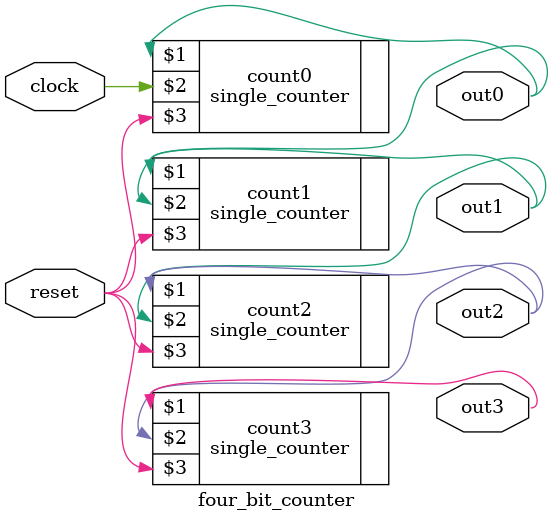
<source format=v>
module four_bit_counter(out0, out1, out2, out3, clock, reset);
	input clock, reset;
	output out0, out1, out2, out3;
	single_counter count0(out0, clock, reset);
	single_counter count1(out1, out0, reset);
	single_counter count2(out2, out1, reset);
	single_counter count3(out3, out2, reset);
endmodule

</source>
